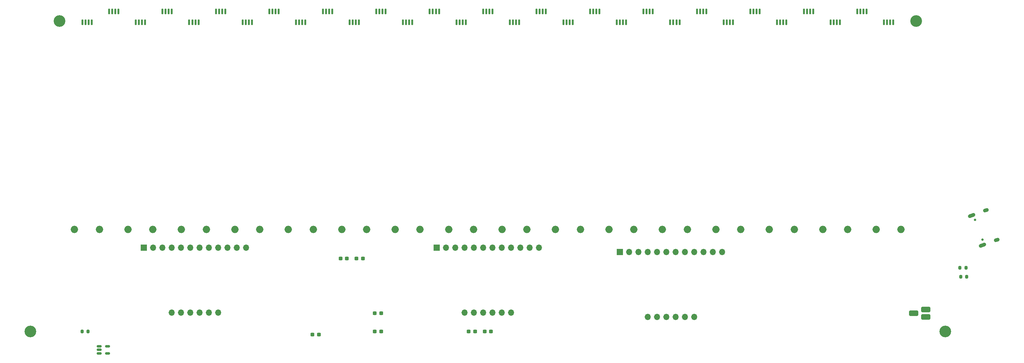
<source format=gts>
%TF.GenerationSoftware,KiCad,Pcbnew,(6.0.7)*%
%TF.CreationDate,2023-08-09T20:53:38+08:00*%
%TF.ProjectId,chu_main,6368755f-6d61-4696-9e2e-6b696361645f,rev?*%
%TF.SameCoordinates,Original*%
%TF.FileFunction,Soldermask,Top*%
%TF.FilePolarity,Negative*%
%FSLAX46Y46*%
G04 Gerber Fmt 4.6, Leading zero omitted, Abs format (unit mm)*
G04 Created by KiCad (PCBNEW (6.0.7)) date 2023-08-09 20:53:38*
%MOMM*%
%LPD*%
G01*
G04 APERTURE LIST*
G04 Aperture macros list*
%AMRoundRect*
0 Rectangle with rounded corners*
0 $1 Rounding radius*
0 $2 $3 $4 $5 $6 $7 $8 $9 X,Y pos of 4 corners*
0 Add a 4 corners polygon primitive as box body*
4,1,4,$2,$3,$4,$5,$6,$7,$8,$9,$2,$3,0*
0 Add four circle primitives for the rounded corners*
1,1,$1+$1,$2,$3*
1,1,$1+$1,$4,$5*
1,1,$1+$1,$6,$7*
1,1,$1+$1,$8,$9*
0 Add four rect primitives between the rounded corners*
20,1,$1+$1,$2,$3,$4,$5,0*
20,1,$1+$1,$4,$5,$6,$7,0*
20,1,$1+$1,$6,$7,$8,$9,0*
20,1,$1+$1,$8,$9,$2,$3,0*%
%AMHorizOval*
0 Thick line with rounded ends*
0 $1 width*
0 $2 $3 position (X,Y) of the first rounded end (center of the circle)*
0 $4 $5 position (X,Y) of the second rounded end (center of the circle)*
0 Add line between two ends*
20,1,$1,$2,$3,$4,$5,0*
0 Add two circle primitives to create the rounded ends*
1,1,$1,$2,$3*
1,1,$1,$4,$5*%
G04 Aperture macros list end*
%ADD10RoundRect,0.110000X0.110000X0.640000X-0.110000X0.640000X-0.110000X-0.640000X0.110000X-0.640000X0*%
%ADD11O,2.000000X2.000000*%
%ADD12RoundRect,0.200000X-0.200000X-0.275000X0.200000X-0.275000X0.200000X0.275000X-0.200000X0.275000X0*%
%ADD13RoundRect,0.237500X-0.300000X-0.237500X0.300000X-0.237500X0.300000X0.237500X-0.300000X0.237500X0*%
%ADD14C,3.200000*%
%ADD15RoundRect,0.150000X-0.512500X-0.150000X0.512500X-0.150000X0.512500X0.150000X-0.512500X0.150000X0*%
%ADD16O,1.700000X1.700000*%
%ADD17R,1.700000X1.700000*%
%ADD18C,0.650000*%
%ADD19HorizOval,1.000000X-0.516831X-0.188111X0.516831X0.188111X0*%
%ADD20HorizOval,1.000000X-0.281908X-0.102606X0.281908X0.102606X0*%
%ADD21RoundRect,0.300000X0.950000X-0.450000X0.950000X0.450000X-0.950000X0.450000X-0.950000X-0.450000X0*%
G04 APERTURE END LIST*
D10*
%TO.C,D29*%
X310371000Y-62424000D03*
X309521000Y-62424000D03*
X308671000Y-62424000D03*
X307821000Y-62424000D03*
%TD*%
D11*
%TO.C,K32*%
X320296000Y-119074000D03*
X327096000Y-119074000D03*
%TD*%
D10*
%TO.C,D13*%
X193571000Y-62424000D03*
X192721000Y-62424000D03*
X191871000Y-62424000D03*
X191021000Y-62424000D03*
%TD*%
D12*
%TO.C,R20*%
X344821000Y-129584000D03*
X343171000Y-129584000D03*
%TD*%
D10*
%TO.C,D22*%
X259271000Y-59424000D03*
X258421000Y-59424000D03*
X257571000Y-59424000D03*
X256721000Y-59424000D03*
%TD*%
%TO.C,D1*%
X105971000Y-62424000D03*
X105121000Y-62424000D03*
X104271000Y-62424000D03*
X103421000Y-62424000D03*
%TD*%
D11*
%TO.C,K10*%
X159696000Y-119074000D03*
X166496000Y-119074000D03*
%TD*%
D10*
%TO.C,D25*%
X281171000Y-62424000D03*
X280321000Y-62424000D03*
X279471000Y-62424000D03*
X278621000Y-62424000D03*
%TD*%
%TO.C,D26*%
X288471000Y-59424000D03*
X287621000Y-59424000D03*
X286771000Y-59424000D03*
X285921000Y-59424000D03*
%TD*%
%TO.C,D2*%
X113271000Y-59424000D03*
X112421000Y-59424000D03*
X111571000Y-59424000D03*
X110721000Y-59424000D03*
%TD*%
%TO.C,D14*%
X200871000Y-59424000D03*
X200021000Y-59424000D03*
X199171000Y-59424000D03*
X198321000Y-59424000D03*
%TD*%
D12*
%TO.C,R4*%
X105021000Y-147074000D03*
X103371000Y-147074000D03*
%TD*%
D10*
%TO.C,D24*%
X273871000Y-59424000D03*
X273021000Y-59424000D03*
X272171000Y-59424000D03*
X271321000Y-59424000D03*
%TD*%
D13*
%TO.C,C2*%
X180058500Y-127074000D03*
X178333500Y-127074000D03*
%TD*%
D11*
%TO.C,K8*%
X145096000Y-119074000D03*
X151896000Y-119074000D03*
%TD*%
D10*
%TO.C,D15*%
X208171000Y-62424000D03*
X207321000Y-62424000D03*
X206471000Y-62424000D03*
X205621000Y-62424000D03*
%TD*%
%TO.C,D9*%
X164371000Y-62424000D03*
X163521000Y-62424000D03*
X162671000Y-62424000D03*
X161821000Y-62424000D03*
%TD*%
D11*
%TO.C,K2*%
X101296000Y-119074000D03*
X108096000Y-119074000D03*
%TD*%
D10*
%TO.C,D19*%
X237371000Y-62424000D03*
X236521000Y-62424000D03*
X235671000Y-62424000D03*
X234821000Y-62424000D03*
%TD*%
%TO.C,D4*%
X127871000Y-59424000D03*
X127021000Y-59424000D03*
X126171000Y-59424000D03*
X125321000Y-59424000D03*
%TD*%
%TO.C,D7*%
X149771000Y-62424000D03*
X148921000Y-62424000D03*
X148071000Y-62424000D03*
X147221000Y-62424000D03*
%TD*%
D13*
%TO.C,C4*%
X168018500Y-147924000D03*
X166293500Y-147924000D03*
%TD*%
D10*
%TO.C,D18*%
X230071000Y-59424000D03*
X229221000Y-59424000D03*
X228371000Y-59424000D03*
X227521000Y-59424000D03*
%TD*%
D11*
%TO.C,K30*%
X305696000Y-119074000D03*
X312496000Y-119074000D03*
%TD*%
D10*
%TO.C,D20*%
X244671000Y-59424000D03*
X243821000Y-59424000D03*
X242971000Y-59424000D03*
X242121000Y-59424000D03*
%TD*%
D11*
%TO.C,K4*%
X115896000Y-119074000D03*
X122696000Y-119074000D03*
%TD*%
%TO.C,K16*%
X203496000Y-119074000D03*
X210296000Y-119074000D03*
%TD*%
D10*
%TO.C,D8*%
X157071000Y-59424000D03*
X156221000Y-59424000D03*
X155371000Y-59424000D03*
X154521000Y-59424000D03*
%TD*%
D13*
%TO.C,C3*%
X185058500Y-147074000D03*
X183333500Y-147074000D03*
%TD*%
D12*
%TO.C,R21*%
X345021000Y-132074000D03*
X343371000Y-132074000D03*
%TD*%
D10*
%TO.C,D28*%
X303071000Y-59424000D03*
X302221000Y-59424000D03*
X301371000Y-59424000D03*
X300521000Y-59424000D03*
%TD*%
D11*
%TO.C,K24*%
X261896000Y-119074000D03*
X268696000Y-119074000D03*
%TD*%
%TO.C,K18*%
X218096000Y-119074000D03*
X224896000Y-119074000D03*
%TD*%
%TO.C,K6*%
X130496000Y-119074000D03*
X137296000Y-119074000D03*
%TD*%
D10*
%TO.C,D16*%
X215471000Y-59424000D03*
X214621000Y-59424000D03*
X213771000Y-59424000D03*
X212921000Y-59424000D03*
%TD*%
D13*
%TO.C,C6*%
X215058500Y-147074000D03*
X213333500Y-147074000D03*
%TD*%
D10*
%TO.C,D5*%
X135171000Y-62424000D03*
X134321000Y-62424000D03*
X133471000Y-62424000D03*
X132621000Y-62424000D03*
%TD*%
%TO.C,D12*%
X186271000Y-59424000D03*
X185421000Y-59424000D03*
X184571000Y-59424000D03*
X183721000Y-59424000D03*
%TD*%
D14*
%TO.C,SCR4*%
X339196000Y-147074000D03*
%TD*%
D11*
%TO.C,K20*%
X232696000Y-119074000D03*
X239496000Y-119074000D03*
%TD*%
D10*
%TO.C,D10*%
X171671000Y-59424000D03*
X170821000Y-59424000D03*
X169971000Y-59424000D03*
X169121000Y-59424000D03*
%TD*%
D11*
%TO.C,K22*%
X247296000Y-119074000D03*
X254096000Y-119074000D03*
%TD*%
D10*
%TO.C,D31*%
X324971000Y-62424000D03*
X324121000Y-62424000D03*
X323271000Y-62424000D03*
X322421000Y-62424000D03*
%TD*%
%TO.C,D21*%
X251971000Y-62424000D03*
X251121000Y-62424000D03*
X250271000Y-62424000D03*
X249421000Y-62424000D03*
%TD*%
%TO.C,D11*%
X178971000Y-62424000D03*
X178121000Y-62424000D03*
X177271000Y-62424000D03*
X176421000Y-62424000D03*
%TD*%
D13*
%TO.C,C7*%
X210708500Y-147074000D03*
X208983500Y-147074000D03*
%TD*%
D14*
%TO.C,SCR3*%
X89196000Y-147074000D03*
%TD*%
D10*
%TO.C,D6*%
X142471000Y-59424000D03*
X141621000Y-59424000D03*
X140771000Y-59424000D03*
X139921000Y-59424000D03*
%TD*%
D11*
%TO.C,K26*%
X276496000Y-119074000D03*
X283296000Y-119074000D03*
%TD*%
%TO.C,K28*%
X291096000Y-119074000D03*
X297896000Y-119074000D03*
%TD*%
D10*
%TO.C,D23*%
X266571000Y-62424000D03*
X265721000Y-62424000D03*
X264871000Y-62424000D03*
X264021000Y-62424000D03*
%TD*%
D11*
%TO.C,K14*%
X188896000Y-119074000D03*
X195696000Y-119074000D03*
%TD*%
D10*
%TO.C,D27*%
X295771000Y-62424000D03*
X294921000Y-62424000D03*
X294071000Y-62424000D03*
X293221000Y-62424000D03*
%TD*%
%TO.C,D3*%
X120571000Y-62424000D03*
X119721000Y-62424000D03*
X118871000Y-62424000D03*
X118021000Y-62424000D03*
%TD*%
D13*
%TO.C,C1*%
X185058500Y-142074000D03*
X183333500Y-142074000D03*
%TD*%
D14*
%TO.C,SCR2*%
X331196000Y-62074000D03*
%TD*%
D15*
%TO.C,U8*%
X110333500Y-151124000D03*
X110333500Y-153024000D03*
X108058500Y-153024000D03*
X108058500Y-152074000D03*
X108058500Y-151124000D03*
%TD*%
D11*
%TO.C,K12*%
X174296000Y-119074000D03*
X181096000Y-119074000D03*
%TD*%
D13*
%TO.C,C5*%
X175708500Y-127074000D03*
X173983500Y-127074000D03*
%TD*%
D10*
%TO.C,D17*%
X222771000Y-62424000D03*
X221921000Y-62424000D03*
X221071000Y-62424000D03*
X220221000Y-62424000D03*
%TD*%
D14*
%TO.C,SCR1*%
X97196000Y-62074000D03*
%TD*%
D10*
%TO.C,D30*%
X317671000Y-59424000D03*
X316821000Y-59424000D03*
X315971000Y-59424000D03*
X315121000Y-59424000D03*
%TD*%
D16*
%TO.C,U3*%
X140546000Y-141854000D03*
X148166000Y-124074000D03*
X145626000Y-124074000D03*
X143086000Y-124074000D03*
X140546000Y-124074000D03*
X138006000Y-124074000D03*
X135466000Y-124074000D03*
X132926000Y-124074000D03*
X130386000Y-124074000D03*
X127846000Y-124074000D03*
X125306000Y-124074000D03*
X122766000Y-124074000D03*
D17*
X120226000Y-124074000D03*
D16*
X127846000Y-141854000D03*
X130386000Y-141854000D03*
X132926000Y-141854000D03*
X135466000Y-141854000D03*
X138006000Y-141854000D03*
%TD*%
%TO.C,U4*%
X220546000Y-141854000D03*
X228166000Y-124074000D03*
X225626000Y-124074000D03*
X223086000Y-124074000D03*
X220546000Y-124074000D03*
X218006000Y-124074000D03*
X215466000Y-124074000D03*
X212926000Y-124074000D03*
X210386000Y-124074000D03*
X207846000Y-124074000D03*
X205306000Y-124074000D03*
X202766000Y-124074000D03*
D17*
X200226000Y-124074000D03*
D16*
X207846000Y-141854000D03*
X210386000Y-141854000D03*
X212926000Y-141854000D03*
X215466000Y-141854000D03*
X218006000Y-141854000D03*
%TD*%
D18*
%TO.C,USB1*%
X349311359Y-121927338D03*
X347334483Y-116495914D03*
D19*
X346347357Y-115333424D03*
X349302411Y-123452369D03*
D20*
X353230326Y-122022724D03*
X350275272Y-113903780D03*
%TD*%
D16*
%TO.C,U5*%
X270546000Y-143054000D03*
X278166000Y-125274000D03*
X275626000Y-125274000D03*
X273086000Y-125274000D03*
X270546000Y-125274000D03*
X268006000Y-125274000D03*
X265466000Y-125274000D03*
X262926000Y-125274000D03*
X260386000Y-125274000D03*
X257846000Y-125274000D03*
X255306000Y-125274000D03*
X252766000Y-125274000D03*
D17*
X250226000Y-125274000D03*
D16*
X257846000Y-143054000D03*
X260386000Y-143054000D03*
X262926000Y-143054000D03*
X265466000Y-143054000D03*
X268006000Y-143054000D03*
%TD*%
D21*
%TO.C,U1*%
X333866000Y-143074000D03*
X333846000Y-141074000D03*
X330566000Y-142074000D03*
%TD*%
M02*

</source>
